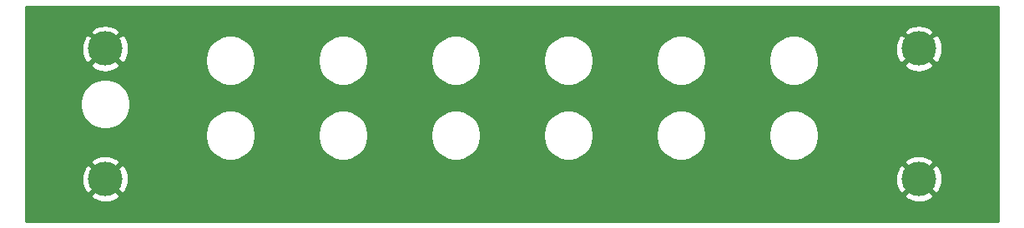
<source format=gbl>
G04 #@! TF.GenerationSoftware,KiCad,Pcbnew,(5.1.8)-1*
G04 #@! TF.CreationDate,2022-07-15T00:53:09+02:00*
G04 #@! TF.ProjectId,BulkyMIDI-32 Audio Switch FP1,42756c6b-794d-4494-9449-2d3332204175,rev?*
G04 #@! TF.SameCoordinates,Original*
G04 #@! TF.FileFunction,Copper,L2,Bot*
G04 #@! TF.FilePolarity,Positive*
%FSLAX46Y46*%
G04 Gerber Fmt 4.6, Leading zero omitted, Abs format (unit mm)*
G04 Created by KiCad (PCBNEW (5.1.8)-1) date 2022-07-15 00:53:09*
%MOMM*%
%LPD*%
G01*
G04 APERTURE LIST*
G04 #@! TA.AperFunction,ComponentPad*
%ADD10C,3.500000*%
G04 #@! TD*
G04 #@! TA.AperFunction,Conductor*
%ADD11C,0.254000*%
G04 #@! TD*
G04 #@! TA.AperFunction,Conductor*
%ADD12C,0.100000*%
G04 #@! TD*
G04 APERTURE END LIST*
D10*
X99815000Y-129199000D03*
X182365000Y-129199000D03*
X182365000Y-115949000D03*
X99815000Y-115949000D03*
D11*
X190430000Y-133514000D02*
X91750000Y-133514000D01*
X91750000Y-130868609D01*
X98324997Y-130868609D01*
X98511073Y-131209766D01*
X98928409Y-131425513D01*
X99379815Y-131555696D01*
X99847946Y-131595313D01*
X100314811Y-131542842D01*
X100762468Y-131400297D01*
X101118927Y-131209766D01*
X101305003Y-130868609D01*
X180874997Y-130868609D01*
X181061073Y-131209766D01*
X181478409Y-131425513D01*
X181929815Y-131555696D01*
X182397946Y-131595313D01*
X182864811Y-131542842D01*
X183312468Y-131400297D01*
X183668927Y-131209766D01*
X183855003Y-130868609D01*
X182365000Y-129378605D01*
X180874997Y-130868609D01*
X101305003Y-130868609D01*
X99815000Y-129378605D01*
X98324997Y-130868609D01*
X91750000Y-130868609D01*
X91750000Y-129231946D01*
X97418687Y-129231946D01*
X97471158Y-129698811D01*
X97613703Y-130146468D01*
X97804234Y-130502927D01*
X98145391Y-130689003D01*
X99635395Y-129199000D01*
X99994605Y-129199000D01*
X101484609Y-130689003D01*
X101825766Y-130502927D01*
X102041513Y-130085591D01*
X102171696Y-129634185D01*
X102205736Y-129231946D01*
X179968687Y-129231946D01*
X180021158Y-129698811D01*
X180163703Y-130146468D01*
X180354234Y-130502927D01*
X180695391Y-130689003D01*
X182185395Y-129199000D01*
X182544605Y-129199000D01*
X184034609Y-130689003D01*
X184375766Y-130502927D01*
X184591513Y-130085591D01*
X184721696Y-129634185D01*
X184761313Y-129166054D01*
X184708842Y-128699189D01*
X184566297Y-128251532D01*
X184375766Y-127895073D01*
X184034609Y-127708997D01*
X182544605Y-129199000D01*
X182185395Y-129199000D01*
X180695391Y-127708997D01*
X180354234Y-127895073D01*
X180138487Y-128312409D01*
X180008304Y-128763815D01*
X179968687Y-129231946D01*
X102205736Y-129231946D01*
X102211313Y-129166054D01*
X102158842Y-128699189D01*
X102016297Y-128251532D01*
X101825766Y-127895073D01*
X101484609Y-127708997D01*
X99994605Y-129199000D01*
X99635395Y-129199000D01*
X98145391Y-127708997D01*
X97804234Y-127895073D01*
X97588487Y-128312409D01*
X97458304Y-128763815D01*
X97418687Y-129231946D01*
X91750000Y-129231946D01*
X91750000Y-127529391D01*
X98324997Y-127529391D01*
X99815000Y-129019395D01*
X101305003Y-127529391D01*
X180874997Y-127529391D01*
X182365000Y-129019395D01*
X183855003Y-127529391D01*
X183668927Y-127188234D01*
X183251591Y-126972487D01*
X182800185Y-126842304D01*
X182332054Y-126802687D01*
X181865189Y-126855158D01*
X181417532Y-126997703D01*
X181061073Y-127188234D01*
X180874997Y-127529391D01*
X101305003Y-127529391D01*
X101118927Y-127188234D01*
X100701591Y-126972487D01*
X100250185Y-126842304D01*
X99782054Y-126802687D01*
X99315189Y-126855158D01*
X98867532Y-126997703D01*
X98511073Y-127188234D01*
X98324997Y-127529391D01*
X91750000Y-127529391D01*
X91750000Y-124501116D01*
X109947423Y-124501116D01*
X109947423Y-125006884D01*
X110046094Y-125502934D01*
X110239643Y-125970204D01*
X110520633Y-126390735D01*
X110878265Y-126748367D01*
X111298796Y-127029357D01*
X111766066Y-127222906D01*
X112262116Y-127321577D01*
X112767884Y-127321577D01*
X113263934Y-127222906D01*
X113731204Y-127029357D01*
X114151735Y-126748367D01*
X114509367Y-126390735D01*
X114790357Y-125970204D01*
X114983906Y-125502934D01*
X115082577Y-125006884D01*
X115082577Y-124501116D01*
X121377423Y-124501116D01*
X121377423Y-125006884D01*
X121476094Y-125502934D01*
X121669643Y-125970204D01*
X121950633Y-126390735D01*
X122308265Y-126748367D01*
X122728796Y-127029357D01*
X123196066Y-127222906D01*
X123692116Y-127321577D01*
X124197884Y-127321577D01*
X124693934Y-127222906D01*
X125161204Y-127029357D01*
X125581735Y-126748367D01*
X125939367Y-126390735D01*
X126220357Y-125970204D01*
X126413906Y-125502934D01*
X126512577Y-125006884D01*
X126512577Y-124501116D01*
X132807423Y-124501116D01*
X132807423Y-125006884D01*
X132906094Y-125502934D01*
X133099643Y-125970204D01*
X133380633Y-126390735D01*
X133738265Y-126748367D01*
X134158796Y-127029357D01*
X134626066Y-127222906D01*
X135122116Y-127321577D01*
X135627884Y-127321577D01*
X136123934Y-127222906D01*
X136591204Y-127029357D01*
X137011735Y-126748367D01*
X137369367Y-126390735D01*
X137650357Y-125970204D01*
X137843906Y-125502934D01*
X137942577Y-125006884D01*
X137942577Y-124501116D01*
X144237423Y-124501116D01*
X144237423Y-125006884D01*
X144336094Y-125502934D01*
X144529643Y-125970204D01*
X144810633Y-126390735D01*
X145168265Y-126748367D01*
X145588796Y-127029357D01*
X146056066Y-127222906D01*
X146552116Y-127321577D01*
X147057884Y-127321577D01*
X147553934Y-127222906D01*
X148021204Y-127029357D01*
X148441735Y-126748367D01*
X148799367Y-126390735D01*
X149080357Y-125970204D01*
X149273906Y-125502934D01*
X149372577Y-125006884D01*
X149372577Y-124501116D01*
X155667423Y-124501116D01*
X155667423Y-125006884D01*
X155766094Y-125502934D01*
X155959643Y-125970204D01*
X156240633Y-126390735D01*
X156598265Y-126748367D01*
X157018796Y-127029357D01*
X157486066Y-127222906D01*
X157982116Y-127321577D01*
X158487884Y-127321577D01*
X158983934Y-127222906D01*
X159451204Y-127029357D01*
X159871735Y-126748367D01*
X160229367Y-126390735D01*
X160510357Y-125970204D01*
X160703906Y-125502934D01*
X160802577Y-125006884D01*
X160802577Y-124501116D01*
X167097423Y-124501116D01*
X167097423Y-125006884D01*
X167196094Y-125502934D01*
X167389643Y-125970204D01*
X167670633Y-126390735D01*
X168028265Y-126748367D01*
X168448796Y-127029357D01*
X168916066Y-127222906D01*
X169412116Y-127321577D01*
X169917884Y-127321577D01*
X170413934Y-127222906D01*
X170881204Y-127029357D01*
X171301735Y-126748367D01*
X171659367Y-126390735D01*
X171940357Y-125970204D01*
X172133906Y-125502934D01*
X172232577Y-125006884D01*
X172232577Y-124501116D01*
X172133906Y-124005066D01*
X171940357Y-123537796D01*
X171659367Y-123117265D01*
X171301735Y-122759633D01*
X170881204Y-122478643D01*
X170413934Y-122285094D01*
X169917884Y-122186423D01*
X169412116Y-122186423D01*
X168916066Y-122285094D01*
X168448796Y-122478643D01*
X168028265Y-122759633D01*
X167670633Y-123117265D01*
X167389643Y-123537796D01*
X167196094Y-124005066D01*
X167097423Y-124501116D01*
X160802577Y-124501116D01*
X160703906Y-124005066D01*
X160510357Y-123537796D01*
X160229367Y-123117265D01*
X159871735Y-122759633D01*
X159451204Y-122478643D01*
X158983934Y-122285094D01*
X158487884Y-122186423D01*
X157982116Y-122186423D01*
X157486066Y-122285094D01*
X157018796Y-122478643D01*
X156598265Y-122759633D01*
X156240633Y-123117265D01*
X155959643Y-123537796D01*
X155766094Y-124005066D01*
X155667423Y-124501116D01*
X149372577Y-124501116D01*
X149273906Y-124005066D01*
X149080357Y-123537796D01*
X148799367Y-123117265D01*
X148441735Y-122759633D01*
X148021204Y-122478643D01*
X147553934Y-122285094D01*
X147057884Y-122186423D01*
X146552116Y-122186423D01*
X146056066Y-122285094D01*
X145588796Y-122478643D01*
X145168265Y-122759633D01*
X144810633Y-123117265D01*
X144529643Y-123537796D01*
X144336094Y-124005066D01*
X144237423Y-124501116D01*
X137942577Y-124501116D01*
X137843906Y-124005066D01*
X137650357Y-123537796D01*
X137369367Y-123117265D01*
X137011735Y-122759633D01*
X136591204Y-122478643D01*
X136123934Y-122285094D01*
X135627884Y-122186423D01*
X135122116Y-122186423D01*
X134626066Y-122285094D01*
X134158796Y-122478643D01*
X133738265Y-122759633D01*
X133380633Y-123117265D01*
X133099643Y-123537796D01*
X132906094Y-124005066D01*
X132807423Y-124501116D01*
X126512577Y-124501116D01*
X126413906Y-124005066D01*
X126220357Y-123537796D01*
X125939367Y-123117265D01*
X125581735Y-122759633D01*
X125161204Y-122478643D01*
X124693934Y-122285094D01*
X124197884Y-122186423D01*
X123692116Y-122186423D01*
X123196066Y-122285094D01*
X122728796Y-122478643D01*
X122308265Y-122759633D01*
X121950633Y-123117265D01*
X121669643Y-123537796D01*
X121476094Y-124005066D01*
X121377423Y-124501116D01*
X115082577Y-124501116D01*
X114983906Y-124005066D01*
X114790357Y-123537796D01*
X114509367Y-123117265D01*
X114151735Y-122759633D01*
X113731204Y-122478643D01*
X113263934Y-122285094D01*
X112767884Y-122186423D01*
X112262116Y-122186423D01*
X111766066Y-122285094D01*
X111298796Y-122478643D01*
X110878265Y-122759633D01*
X110520633Y-123117265D01*
X110239643Y-123537796D01*
X110046094Y-124005066D01*
X109947423Y-124501116D01*
X91750000Y-124501116D01*
X91750000Y-121326116D01*
X97247423Y-121326116D01*
X97247423Y-121831884D01*
X97346094Y-122327934D01*
X97539643Y-122795204D01*
X97820633Y-123215735D01*
X98178265Y-123573367D01*
X98598796Y-123854357D01*
X99066066Y-124047906D01*
X99562116Y-124146577D01*
X100067884Y-124146577D01*
X100563934Y-124047906D01*
X101031204Y-123854357D01*
X101451735Y-123573367D01*
X101809367Y-123215735D01*
X102090357Y-122795204D01*
X102283906Y-122327934D01*
X102382577Y-121831884D01*
X102382577Y-121326116D01*
X102283906Y-120830066D01*
X102090357Y-120362796D01*
X101809367Y-119942265D01*
X101451735Y-119584633D01*
X101031204Y-119303643D01*
X100563934Y-119110094D01*
X100067884Y-119011423D01*
X99562116Y-119011423D01*
X99066066Y-119110094D01*
X98598796Y-119303643D01*
X98178265Y-119584633D01*
X97820633Y-119942265D01*
X97539643Y-120362796D01*
X97346094Y-120830066D01*
X97247423Y-121326116D01*
X91750000Y-121326116D01*
X91750000Y-117618609D01*
X98324997Y-117618609D01*
X98511073Y-117959766D01*
X98928409Y-118175513D01*
X99379815Y-118305696D01*
X99847946Y-118345313D01*
X100314811Y-118292842D01*
X100762468Y-118150297D01*
X101118927Y-117959766D01*
X101305003Y-117618609D01*
X99815000Y-116128605D01*
X98324997Y-117618609D01*
X91750000Y-117618609D01*
X91750000Y-115981946D01*
X97418687Y-115981946D01*
X97471158Y-116448811D01*
X97613703Y-116896468D01*
X97804234Y-117252927D01*
X98145391Y-117439003D01*
X99635395Y-115949000D01*
X99994605Y-115949000D01*
X101484609Y-117439003D01*
X101825766Y-117252927D01*
X102017978Y-116881116D01*
X109947423Y-116881116D01*
X109947423Y-117386884D01*
X110046094Y-117882934D01*
X110239643Y-118350204D01*
X110520633Y-118770735D01*
X110878265Y-119128367D01*
X111298796Y-119409357D01*
X111766066Y-119602906D01*
X112262116Y-119701577D01*
X112767884Y-119701577D01*
X113263934Y-119602906D01*
X113731204Y-119409357D01*
X114151735Y-119128367D01*
X114509367Y-118770735D01*
X114790357Y-118350204D01*
X114983906Y-117882934D01*
X115082577Y-117386884D01*
X115082577Y-116881116D01*
X121377423Y-116881116D01*
X121377423Y-117386884D01*
X121476094Y-117882934D01*
X121669643Y-118350204D01*
X121950633Y-118770735D01*
X122308265Y-119128367D01*
X122728796Y-119409357D01*
X123196066Y-119602906D01*
X123692116Y-119701577D01*
X124197884Y-119701577D01*
X124693934Y-119602906D01*
X125161204Y-119409357D01*
X125581735Y-119128367D01*
X125939367Y-118770735D01*
X126220357Y-118350204D01*
X126413906Y-117882934D01*
X126512577Y-117386884D01*
X126512577Y-116881116D01*
X132807423Y-116881116D01*
X132807423Y-117386884D01*
X132906094Y-117882934D01*
X133099643Y-118350204D01*
X133380633Y-118770735D01*
X133738265Y-119128367D01*
X134158796Y-119409357D01*
X134626066Y-119602906D01*
X135122116Y-119701577D01*
X135627884Y-119701577D01*
X136123934Y-119602906D01*
X136591204Y-119409357D01*
X137011735Y-119128367D01*
X137369367Y-118770735D01*
X137650357Y-118350204D01*
X137843906Y-117882934D01*
X137942577Y-117386884D01*
X137942577Y-116881116D01*
X144237423Y-116881116D01*
X144237423Y-117386884D01*
X144336094Y-117882934D01*
X144529643Y-118350204D01*
X144810633Y-118770735D01*
X145168265Y-119128367D01*
X145588796Y-119409357D01*
X146056066Y-119602906D01*
X146552116Y-119701577D01*
X147057884Y-119701577D01*
X147553934Y-119602906D01*
X148021204Y-119409357D01*
X148441735Y-119128367D01*
X148799367Y-118770735D01*
X149080357Y-118350204D01*
X149273906Y-117882934D01*
X149372577Y-117386884D01*
X149372577Y-116881116D01*
X155667423Y-116881116D01*
X155667423Y-117386884D01*
X155766094Y-117882934D01*
X155959643Y-118350204D01*
X156240633Y-118770735D01*
X156598265Y-119128367D01*
X157018796Y-119409357D01*
X157486066Y-119602906D01*
X157982116Y-119701577D01*
X158487884Y-119701577D01*
X158983934Y-119602906D01*
X159451204Y-119409357D01*
X159871735Y-119128367D01*
X160229367Y-118770735D01*
X160510357Y-118350204D01*
X160703906Y-117882934D01*
X160802577Y-117386884D01*
X160802577Y-116881116D01*
X167097423Y-116881116D01*
X167097423Y-117386884D01*
X167196094Y-117882934D01*
X167389643Y-118350204D01*
X167670633Y-118770735D01*
X168028265Y-119128367D01*
X168448796Y-119409357D01*
X168916066Y-119602906D01*
X169412116Y-119701577D01*
X169917884Y-119701577D01*
X170413934Y-119602906D01*
X170881204Y-119409357D01*
X171301735Y-119128367D01*
X171659367Y-118770735D01*
X171940357Y-118350204D01*
X172133906Y-117882934D01*
X172186483Y-117618609D01*
X180874997Y-117618609D01*
X181061073Y-117959766D01*
X181478409Y-118175513D01*
X181929815Y-118305696D01*
X182397946Y-118345313D01*
X182864811Y-118292842D01*
X183312468Y-118150297D01*
X183668927Y-117959766D01*
X183855003Y-117618609D01*
X182365000Y-116128605D01*
X180874997Y-117618609D01*
X172186483Y-117618609D01*
X172232577Y-117386884D01*
X172232577Y-116881116D01*
X172133906Y-116385066D01*
X171966929Y-115981946D01*
X179968687Y-115981946D01*
X180021158Y-116448811D01*
X180163703Y-116896468D01*
X180354234Y-117252927D01*
X180695391Y-117439003D01*
X182185395Y-115949000D01*
X182544605Y-115949000D01*
X184034609Y-117439003D01*
X184375766Y-117252927D01*
X184591513Y-116835591D01*
X184721696Y-116384185D01*
X184761313Y-115916054D01*
X184708842Y-115449189D01*
X184566297Y-115001532D01*
X184375766Y-114645073D01*
X184034609Y-114458997D01*
X182544605Y-115949000D01*
X182185395Y-115949000D01*
X180695391Y-114458997D01*
X180354234Y-114645073D01*
X180138487Y-115062409D01*
X180008304Y-115513815D01*
X179968687Y-115981946D01*
X171966929Y-115981946D01*
X171940357Y-115917796D01*
X171659367Y-115497265D01*
X171301735Y-115139633D01*
X170881204Y-114858643D01*
X170413934Y-114665094D01*
X169917884Y-114566423D01*
X169412116Y-114566423D01*
X168916066Y-114665094D01*
X168448796Y-114858643D01*
X168028265Y-115139633D01*
X167670633Y-115497265D01*
X167389643Y-115917796D01*
X167196094Y-116385066D01*
X167097423Y-116881116D01*
X160802577Y-116881116D01*
X160703906Y-116385066D01*
X160510357Y-115917796D01*
X160229367Y-115497265D01*
X159871735Y-115139633D01*
X159451204Y-114858643D01*
X158983934Y-114665094D01*
X158487884Y-114566423D01*
X157982116Y-114566423D01*
X157486066Y-114665094D01*
X157018796Y-114858643D01*
X156598265Y-115139633D01*
X156240633Y-115497265D01*
X155959643Y-115917796D01*
X155766094Y-116385066D01*
X155667423Y-116881116D01*
X149372577Y-116881116D01*
X149273906Y-116385066D01*
X149080357Y-115917796D01*
X148799367Y-115497265D01*
X148441735Y-115139633D01*
X148021204Y-114858643D01*
X147553934Y-114665094D01*
X147057884Y-114566423D01*
X146552116Y-114566423D01*
X146056066Y-114665094D01*
X145588796Y-114858643D01*
X145168265Y-115139633D01*
X144810633Y-115497265D01*
X144529643Y-115917796D01*
X144336094Y-116385066D01*
X144237423Y-116881116D01*
X137942577Y-116881116D01*
X137843906Y-116385066D01*
X137650357Y-115917796D01*
X137369367Y-115497265D01*
X137011735Y-115139633D01*
X136591204Y-114858643D01*
X136123934Y-114665094D01*
X135627884Y-114566423D01*
X135122116Y-114566423D01*
X134626066Y-114665094D01*
X134158796Y-114858643D01*
X133738265Y-115139633D01*
X133380633Y-115497265D01*
X133099643Y-115917796D01*
X132906094Y-116385066D01*
X132807423Y-116881116D01*
X126512577Y-116881116D01*
X126413906Y-116385066D01*
X126220357Y-115917796D01*
X125939367Y-115497265D01*
X125581735Y-115139633D01*
X125161204Y-114858643D01*
X124693934Y-114665094D01*
X124197884Y-114566423D01*
X123692116Y-114566423D01*
X123196066Y-114665094D01*
X122728796Y-114858643D01*
X122308265Y-115139633D01*
X121950633Y-115497265D01*
X121669643Y-115917796D01*
X121476094Y-116385066D01*
X121377423Y-116881116D01*
X115082577Y-116881116D01*
X114983906Y-116385066D01*
X114790357Y-115917796D01*
X114509367Y-115497265D01*
X114151735Y-115139633D01*
X113731204Y-114858643D01*
X113263934Y-114665094D01*
X112767884Y-114566423D01*
X112262116Y-114566423D01*
X111766066Y-114665094D01*
X111298796Y-114858643D01*
X110878265Y-115139633D01*
X110520633Y-115497265D01*
X110239643Y-115917796D01*
X110046094Y-116385066D01*
X109947423Y-116881116D01*
X102017978Y-116881116D01*
X102041513Y-116835591D01*
X102171696Y-116384185D01*
X102211313Y-115916054D01*
X102158842Y-115449189D01*
X102016297Y-115001532D01*
X101825766Y-114645073D01*
X101484609Y-114458997D01*
X99994605Y-115949000D01*
X99635395Y-115949000D01*
X98145391Y-114458997D01*
X97804234Y-114645073D01*
X97588487Y-115062409D01*
X97458304Y-115513815D01*
X97418687Y-115981946D01*
X91750000Y-115981946D01*
X91750000Y-114279391D01*
X98324997Y-114279391D01*
X99815000Y-115769395D01*
X101305003Y-114279391D01*
X180874997Y-114279391D01*
X182365000Y-115769395D01*
X183855003Y-114279391D01*
X183668927Y-113938234D01*
X183251591Y-113722487D01*
X182800185Y-113592304D01*
X182332054Y-113552687D01*
X181865189Y-113605158D01*
X181417532Y-113747703D01*
X181061073Y-113938234D01*
X180874997Y-114279391D01*
X101305003Y-114279391D01*
X101118927Y-113938234D01*
X100701591Y-113722487D01*
X100250185Y-113592304D01*
X99782054Y-113552687D01*
X99315189Y-113605158D01*
X98867532Y-113747703D01*
X98511073Y-113938234D01*
X98324997Y-114279391D01*
X91750000Y-114279391D01*
X91750000Y-111634000D01*
X190430001Y-111634000D01*
X190430000Y-133514000D01*
G04 #@! TA.AperFunction,Conductor*
D12*
G36*
X190430000Y-133514000D02*
G01*
X91750000Y-133514000D01*
X91750000Y-130868609D01*
X98324997Y-130868609D01*
X98511073Y-131209766D01*
X98928409Y-131425513D01*
X99379815Y-131555696D01*
X99847946Y-131595313D01*
X100314811Y-131542842D01*
X100762468Y-131400297D01*
X101118927Y-131209766D01*
X101305003Y-130868609D01*
X180874997Y-130868609D01*
X181061073Y-131209766D01*
X181478409Y-131425513D01*
X181929815Y-131555696D01*
X182397946Y-131595313D01*
X182864811Y-131542842D01*
X183312468Y-131400297D01*
X183668927Y-131209766D01*
X183855003Y-130868609D01*
X182365000Y-129378605D01*
X180874997Y-130868609D01*
X101305003Y-130868609D01*
X99815000Y-129378605D01*
X98324997Y-130868609D01*
X91750000Y-130868609D01*
X91750000Y-129231946D01*
X97418687Y-129231946D01*
X97471158Y-129698811D01*
X97613703Y-130146468D01*
X97804234Y-130502927D01*
X98145391Y-130689003D01*
X99635395Y-129199000D01*
X99994605Y-129199000D01*
X101484609Y-130689003D01*
X101825766Y-130502927D01*
X102041513Y-130085591D01*
X102171696Y-129634185D01*
X102205736Y-129231946D01*
X179968687Y-129231946D01*
X180021158Y-129698811D01*
X180163703Y-130146468D01*
X180354234Y-130502927D01*
X180695391Y-130689003D01*
X182185395Y-129199000D01*
X182544605Y-129199000D01*
X184034609Y-130689003D01*
X184375766Y-130502927D01*
X184591513Y-130085591D01*
X184721696Y-129634185D01*
X184761313Y-129166054D01*
X184708842Y-128699189D01*
X184566297Y-128251532D01*
X184375766Y-127895073D01*
X184034609Y-127708997D01*
X182544605Y-129199000D01*
X182185395Y-129199000D01*
X180695391Y-127708997D01*
X180354234Y-127895073D01*
X180138487Y-128312409D01*
X180008304Y-128763815D01*
X179968687Y-129231946D01*
X102205736Y-129231946D01*
X102211313Y-129166054D01*
X102158842Y-128699189D01*
X102016297Y-128251532D01*
X101825766Y-127895073D01*
X101484609Y-127708997D01*
X99994605Y-129199000D01*
X99635395Y-129199000D01*
X98145391Y-127708997D01*
X97804234Y-127895073D01*
X97588487Y-128312409D01*
X97458304Y-128763815D01*
X97418687Y-129231946D01*
X91750000Y-129231946D01*
X91750000Y-127529391D01*
X98324997Y-127529391D01*
X99815000Y-129019395D01*
X101305003Y-127529391D01*
X180874997Y-127529391D01*
X182365000Y-129019395D01*
X183855003Y-127529391D01*
X183668927Y-127188234D01*
X183251591Y-126972487D01*
X182800185Y-126842304D01*
X182332054Y-126802687D01*
X181865189Y-126855158D01*
X181417532Y-126997703D01*
X181061073Y-127188234D01*
X180874997Y-127529391D01*
X101305003Y-127529391D01*
X101118927Y-127188234D01*
X100701591Y-126972487D01*
X100250185Y-126842304D01*
X99782054Y-126802687D01*
X99315189Y-126855158D01*
X98867532Y-126997703D01*
X98511073Y-127188234D01*
X98324997Y-127529391D01*
X91750000Y-127529391D01*
X91750000Y-124501116D01*
X109947423Y-124501116D01*
X109947423Y-125006884D01*
X110046094Y-125502934D01*
X110239643Y-125970204D01*
X110520633Y-126390735D01*
X110878265Y-126748367D01*
X111298796Y-127029357D01*
X111766066Y-127222906D01*
X112262116Y-127321577D01*
X112767884Y-127321577D01*
X113263934Y-127222906D01*
X113731204Y-127029357D01*
X114151735Y-126748367D01*
X114509367Y-126390735D01*
X114790357Y-125970204D01*
X114983906Y-125502934D01*
X115082577Y-125006884D01*
X115082577Y-124501116D01*
X121377423Y-124501116D01*
X121377423Y-125006884D01*
X121476094Y-125502934D01*
X121669643Y-125970204D01*
X121950633Y-126390735D01*
X122308265Y-126748367D01*
X122728796Y-127029357D01*
X123196066Y-127222906D01*
X123692116Y-127321577D01*
X124197884Y-127321577D01*
X124693934Y-127222906D01*
X125161204Y-127029357D01*
X125581735Y-126748367D01*
X125939367Y-126390735D01*
X126220357Y-125970204D01*
X126413906Y-125502934D01*
X126512577Y-125006884D01*
X126512577Y-124501116D01*
X132807423Y-124501116D01*
X132807423Y-125006884D01*
X132906094Y-125502934D01*
X133099643Y-125970204D01*
X133380633Y-126390735D01*
X133738265Y-126748367D01*
X134158796Y-127029357D01*
X134626066Y-127222906D01*
X135122116Y-127321577D01*
X135627884Y-127321577D01*
X136123934Y-127222906D01*
X136591204Y-127029357D01*
X137011735Y-126748367D01*
X137369367Y-126390735D01*
X137650357Y-125970204D01*
X137843906Y-125502934D01*
X137942577Y-125006884D01*
X137942577Y-124501116D01*
X144237423Y-124501116D01*
X144237423Y-125006884D01*
X144336094Y-125502934D01*
X144529643Y-125970204D01*
X144810633Y-126390735D01*
X145168265Y-126748367D01*
X145588796Y-127029357D01*
X146056066Y-127222906D01*
X146552116Y-127321577D01*
X147057884Y-127321577D01*
X147553934Y-127222906D01*
X148021204Y-127029357D01*
X148441735Y-126748367D01*
X148799367Y-126390735D01*
X149080357Y-125970204D01*
X149273906Y-125502934D01*
X149372577Y-125006884D01*
X149372577Y-124501116D01*
X155667423Y-124501116D01*
X155667423Y-125006884D01*
X155766094Y-125502934D01*
X155959643Y-125970204D01*
X156240633Y-126390735D01*
X156598265Y-126748367D01*
X157018796Y-127029357D01*
X157486066Y-127222906D01*
X157982116Y-127321577D01*
X158487884Y-127321577D01*
X158983934Y-127222906D01*
X159451204Y-127029357D01*
X159871735Y-126748367D01*
X160229367Y-126390735D01*
X160510357Y-125970204D01*
X160703906Y-125502934D01*
X160802577Y-125006884D01*
X160802577Y-124501116D01*
X167097423Y-124501116D01*
X167097423Y-125006884D01*
X167196094Y-125502934D01*
X167389643Y-125970204D01*
X167670633Y-126390735D01*
X168028265Y-126748367D01*
X168448796Y-127029357D01*
X168916066Y-127222906D01*
X169412116Y-127321577D01*
X169917884Y-127321577D01*
X170413934Y-127222906D01*
X170881204Y-127029357D01*
X171301735Y-126748367D01*
X171659367Y-126390735D01*
X171940357Y-125970204D01*
X172133906Y-125502934D01*
X172232577Y-125006884D01*
X172232577Y-124501116D01*
X172133906Y-124005066D01*
X171940357Y-123537796D01*
X171659367Y-123117265D01*
X171301735Y-122759633D01*
X170881204Y-122478643D01*
X170413934Y-122285094D01*
X169917884Y-122186423D01*
X169412116Y-122186423D01*
X168916066Y-122285094D01*
X168448796Y-122478643D01*
X168028265Y-122759633D01*
X167670633Y-123117265D01*
X167389643Y-123537796D01*
X167196094Y-124005066D01*
X167097423Y-124501116D01*
X160802577Y-124501116D01*
X160703906Y-124005066D01*
X160510357Y-123537796D01*
X160229367Y-123117265D01*
X159871735Y-122759633D01*
X159451204Y-122478643D01*
X158983934Y-122285094D01*
X158487884Y-122186423D01*
X157982116Y-122186423D01*
X157486066Y-122285094D01*
X157018796Y-122478643D01*
X156598265Y-122759633D01*
X156240633Y-123117265D01*
X155959643Y-123537796D01*
X155766094Y-124005066D01*
X155667423Y-124501116D01*
X149372577Y-124501116D01*
X149273906Y-124005066D01*
X149080357Y-123537796D01*
X148799367Y-123117265D01*
X148441735Y-122759633D01*
X148021204Y-122478643D01*
X147553934Y-122285094D01*
X147057884Y-122186423D01*
X146552116Y-122186423D01*
X146056066Y-122285094D01*
X145588796Y-122478643D01*
X145168265Y-122759633D01*
X144810633Y-123117265D01*
X144529643Y-123537796D01*
X144336094Y-124005066D01*
X144237423Y-124501116D01*
X137942577Y-124501116D01*
X137843906Y-124005066D01*
X137650357Y-123537796D01*
X137369367Y-123117265D01*
X137011735Y-122759633D01*
X136591204Y-122478643D01*
X136123934Y-122285094D01*
X135627884Y-122186423D01*
X135122116Y-122186423D01*
X134626066Y-122285094D01*
X134158796Y-122478643D01*
X133738265Y-122759633D01*
X133380633Y-123117265D01*
X133099643Y-123537796D01*
X132906094Y-124005066D01*
X132807423Y-124501116D01*
X126512577Y-124501116D01*
X126413906Y-124005066D01*
X126220357Y-123537796D01*
X125939367Y-123117265D01*
X125581735Y-122759633D01*
X125161204Y-122478643D01*
X124693934Y-122285094D01*
X124197884Y-122186423D01*
X123692116Y-122186423D01*
X123196066Y-122285094D01*
X122728796Y-122478643D01*
X122308265Y-122759633D01*
X121950633Y-123117265D01*
X121669643Y-123537796D01*
X121476094Y-124005066D01*
X121377423Y-124501116D01*
X115082577Y-124501116D01*
X114983906Y-124005066D01*
X114790357Y-123537796D01*
X114509367Y-123117265D01*
X114151735Y-122759633D01*
X113731204Y-122478643D01*
X113263934Y-122285094D01*
X112767884Y-122186423D01*
X112262116Y-122186423D01*
X111766066Y-122285094D01*
X111298796Y-122478643D01*
X110878265Y-122759633D01*
X110520633Y-123117265D01*
X110239643Y-123537796D01*
X110046094Y-124005066D01*
X109947423Y-124501116D01*
X91750000Y-124501116D01*
X91750000Y-121326116D01*
X97247423Y-121326116D01*
X97247423Y-121831884D01*
X97346094Y-122327934D01*
X97539643Y-122795204D01*
X97820633Y-123215735D01*
X98178265Y-123573367D01*
X98598796Y-123854357D01*
X99066066Y-124047906D01*
X99562116Y-124146577D01*
X100067884Y-124146577D01*
X100563934Y-124047906D01*
X101031204Y-123854357D01*
X101451735Y-123573367D01*
X101809367Y-123215735D01*
X102090357Y-122795204D01*
X102283906Y-122327934D01*
X102382577Y-121831884D01*
X102382577Y-121326116D01*
X102283906Y-120830066D01*
X102090357Y-120362796D01*
X101809367Y-119942265D01*
X101451735Y-119584633D01*
X101031204Y-119303643D01*
X100563934Y-119110094D01*
X100067884Y-119011423D01*
X99562116Y-119011423D01*
X99066066Y-119110094D01*
X98598796Y-119303643D01*
X98178265Y-119584633D01*
X97820633Y-119942265D01*
X97539643Y-120362796D01*
X97346094Y-120830066D01*
X97247423Y-121326116D01*
X91750000Y-121326116D01*
X91750000Y-117618609D01*
X98324997Y-117618609D01*
X98511073Y-117959766D01*
X98928409Y-118175513D01*
X99379815Y-118305696D01*
X99847946Y-118345313D01*
X100314811Y-118292842D01*
X100762468Y-118150297D01*
X101118927Y-117959766D01*
X101305003Y-117618609D01*
X99815000Y-116128605D01*
X98324997Y-117618609D01*
X91750000Y-117618609D01*
X91750000Y-115981946D01*
X97418687Y-115981946D01*
X97471158Y-116448811D01*
X97613703Y-116896468D01*
X97804234Y-117252927D01*
X98145391Y-117439003D01*
X99635395Y-115949000D01*
X99994605Y-115949000D01*
X101484609Y-117439003D01*
X101825766Y-117252927D01*
X102017978Y-116881116D01*
X109947423Y-116881116D01*
X109947423Y-117386884D01*
X110046094Y-117882934D01*
X110239643Y-118350204D01*
X110520633Y-118770735D01*
X110878265Y-119128367D01*
X111298796Y-119409357D01*
X111766066Y-119602906D01*
X112262116Y-119701577D01*
X112767884Y-119701577D01*
X113263934Y-119602906D01*
X113731204Y-119409357D01*
X114151735Y-119128367D01*
X114509367Y-118770735D01*
X114790357Y-118350204D01*
X114983906Y-117882934D01*
X115082577Y-117386884D01*
X115082577Y-116881116D01*
X121377423Y-116881116D01*
X121377423Y-117386884D01*
X121476094Y-117882934D01*
X121669643Y-118350204D01*
X121950633Y-118770735D01*
X122308265Y-119128367D01*
X122728796Y-119409357D01*
X123196066Y-119602906D01*
X123692116Y-119701577D01*
X124197884Y-119701577D01*
X124693934Y-119602906D01*
X125161204Y-119409357D01*
X125581735Y-119128367D01*
X125939367Y-118770735D01*
X126220357Y-118350204D01*
X126413906Y-117882934D01*
X126512577Y-117386884D01*
X126512577Y-116881116D01*
X132807423Y-116881116D01*
X132807423Y-117386884D01*
X132906094Y-117882934D01*
X133099643Y-118350204D01*
X133380633Y-118770735D01*
X133738265Y-119128367D01*
X134158796Y-119409357D01*
X134626066Y-119602906D01*
X135122116Y-119701577D01*
X135627884Y-119701577D01*
X136123934Y-119602906D01*
X136591204Y-119409357D01*
X137011735Y-119128367D01*
X137369367Y-118770735D01*
X137650357Y-118350204D01*
X137843906Y-117882934D01*
X137942577Y-117386884D01*
X137942577Y-116881116D01*
X144237423Y-116881116D01*
X144237423Y-117386884D01*
X144336094Y-117882934D01*
X144529643Y-118350204D01*
X144810633Y-118770735D01*
X145168265Y-119128367D01*
X145588796Y-119409357D01*
X146056066Y-119602906D01*
X146552116Y-119701577D01*
X147057884Y-119701577D01*
X147553934Y-119602906D01*
X148021204Y-119409357D01*
X148441735Y-119128367D01*
X148799367Y-118770735D01*
X149080357Y-118350204D01*
X149273906Y-117882934D01*
X149372577Y-117386884D01*
X149372577Y-116881116D01*
X155667423Y-116881116D01*
X155667423Y-117386884D01*
X155766094Y-117882934D01*
X155959643Y-118350204D01*
X156240633Y-118770735D01*
X156598265Y-119128367D01*
X157018796Y-119409357D01*
X157486066Y-119602906D01*
X157982116Y-119701577D01*
X158487884Y-119701577D01*
X158983934Y-119602906D01*
X159451204Y-119409357D01*
X159871735Y-119128367D01*
X160229367Y-118770735D01*
X160510357Y-118350204D01*
X160703906Y-117882934D01*
X160802577Y-117386884D01*
X160802577Y-116881116D01*
X167097423Y-116881116D01*
X167097423Y-117386884D01*
X167196094Y-117882934D01*
X167389643Y-118350204D01*
X167670633Y-118770735D01*
X168028265Y-119128367D01*
X168448796Y-119409357D01*
X168916066Y-119602906D01*
X169412116Y-119701577D01*
X169917884Y-119701577D01*
X170413934Y-119602906D01*
X170881204Y-119409357D01*
X171301735Y-119128367D01*
X171659367Y-118770735D01*
X171940357Y-118350204D01*
X172133906Y-117882934D01*
X172186483Y-117618609D01*
X180874997Y-117618609D01*
X181061073Y-117959766D01*
X181478409Y-118175513D01*
X181929815Y-118305696D01*
X182397946Y-118345313D01*
X182864811Y-118292842D01*
X183312468Y-118150297D01*
X183668927Y-117959766D01*
X183855003Y-117618609D01*
X182365000Y-116128605D01*
X180874997Y-117618609D01*
X172186483Y-117618609D01*
X172232577Y-117386884D01*
X172232577Y-116881116D01*
X172133906Y-116385066D01*
X171966929Y-115981946D01*
X179968687Y-115981946D01*
X180021158Y-116448811D01*
X180163703Y-116896468D01*
X180354234Y-117252927D01*
X180695391Y-117439003D01*
X182185395Y-115949000D01*
X182544605Y-115949000D01*
X184034609Y-117439003D01*
X184375766Y-117252927D01*
X184591513Y-116835591D01*
X184721696Y-116384185D01*
X184761313Y-115916054D01*
X184708842Y-115449189D01*
X184566297Y-115001532D01*
X184375766Y-114645073D01*
X184034609Y-114458997D01*
X182544605Y-115949000D01*
X182185395Y-115949000D01*
X180695391Y-114458997D01*
X180354234Y-114645073D01*
X180138487Y-115062409D01*
X180008304Y-115513815D01*
X179968687Y-115981946D01*
X171966929Y-115981946D01*
X171940357Y-115917796D01*
X171659367Y-115497265D01*
X171301735Y-115139633D01*
X170881204Y-114858643D01*
X170413934Y-114665094D01*
X169917884Y-114566423D01*
X169412116Y-114566423D01*
X168916066Y-114665094D01*
X168448796Y-114858643D01*
X168028265Y-115139633D01*
X167670633Y-115497265D01*
X167389643Y-115917796D01*
X167196094Y-116385066D01*
X167097423Y-116881116D01*
X160802577Y-116881116D01*
X160703906Y-116385066D01*
X160510357Y-115917796D01*
X160229367Y-115497265D01*
X159871735Y-115139633D01*
X159451204Y-114858643D01*
X158983934Y-114665094D01*
X158487884Y-114566423D01*
X157982116Y-114566423D01*
X157486066Y-114665094D01*
X157018796Y-114858643D01*
X156598265Y-115139633D01*
X156240633Y-115497265D01*
X155959643Y-115917796D01*
X155766094Y-116385066D01*
X155667423Y-116881116D01*
X149372577Y-116881116D01*
X149273906Y-116385066D01*
X149080357Y-115917796D01*
X148799367Y-115497265D01*
X148441735Y-115139633D01*
X148021204Y-114858643D01*
X147553934Y-114665094D01*
X147057884Y-114566423D01*
X146552116Y-114566423D01*
X146056066Y-114665094D01*
X145588796Y-114858643D01*
X145168265Y-115139633D01*
X144810633Y-115497265D01*
X144529643Y-115917796D01*
X144336094Y-116385066D01*
X144237423Y-116881116D01*
X137942577Y-116881116D01*
X137843906Y-116385066D01*
X137650357Y-115917796D01*
X137369367Y-115497265D01*
X137011735Y-115139633D01*
X136591204Y-114858643D01*
X136123934Y-114665094D01*
X135627884Y-114566423D01*
X135122116Y-114566423D01*
X134626066Y-114665094D01*
X134158796Y-114858643D01*
X133738265Y-115139633D01*
X133380633Y-115497265D01*
X133099643Y-115917796D01*
X132906094Y-116385066D01*
X132807423Y-116881116D01*
X126512577Y-116881116D01*
X126413906Y-116385066D01*
X126220357Y-115917796D01*
X125939367Y-115497265D01*
X125581735Y-115139633D01*
X125161204Y-114858643D01*
X124693934Y-114665094D01*
X124197884Y-114566423D01*
X123692116Y-114566423D01*
X123196066Y-114665094D01*
X122728796Y-114858643D01*
X122308265Y-115139633D01*
X121950633Y-115497265D01*
X121669643Y-115917796D01*
X121476094Y-116385066D01*
X121377423Y-116881116D01*
X115082577Y-116881116D01*
X114983906Y-116385066D01*
X114790357Y-115917796D01*
X114509367Y-115497265D01*
X114151735Y-115139633D01*
X113731204Y-114858643D01*
X113263934Y-114665094D01*
X112767884Y-114566423D01*
X112262116Y-114566423D01*
X111766066Y-114665094D01*
X111298796Y-114858643D01*
X110878265Y-115139633D01*
X110520633Y-115497265D01*
X110239643Y-115917796D01*
X110046094Y-116385066D01*
X109947423Y-116881116D01*
X102017978Y-116881116D01*
X102041513Y-116835591D01*
X102171696Y-116384185D01*
X102211313Y-115916054D01*
X102158842Y-115449189D01*
X102016297Y-115001532D01*
X101825766Y-114645073D01*
X101484609Y-114458997D01*
X99994605Y-115949000D01*
X99635395Y-115949000D01*
X98145391Y-114458997D01*
X97804234Y-114645073D01*
X97588487Y-115062409D01*
X97458304Y-115513815D01*
X97418687Y-115981946D01*
X91750000Y-115981946D01*
X91750000Y-114279391D01*
X98324997Y-114279391D01*
X99815000Y-115769395D01*
X101305003Y-114279391D01*
X180874997Y-114279391D01*
X182365000Y-115769395D01*
X183855003Y-114279391D01*
X183668927Y-113938234D01*
X183251591Y-113722487D01*
X182800185Y-113592304D01*
X182332054Y-113552687D01*
X181865189Y-113605158D01*
X181417532Y-113747703D01*
X181061073Y-113938234D01*
X180874997Y-114279391D01*
X101305003Y-114279391D01*
X101118927Y-113938234D01*
X100701591Y-113722487D01*
X100250185Y-113592304D01*
X99782054Y-113552687D01*
X99315189Y-113605158D01*
X98867532Y-113747703D01*
X98511073Y-113938234D01*
X98324997Y-114279391D01*
X91750000Y-114279391D01*
X91750000Y-111634000D01*
X190430001Y-111634000D01*
X190430000Y-133514000D01*
G37*
G04 #@! TD.AperFunction*
M02*

</source>
